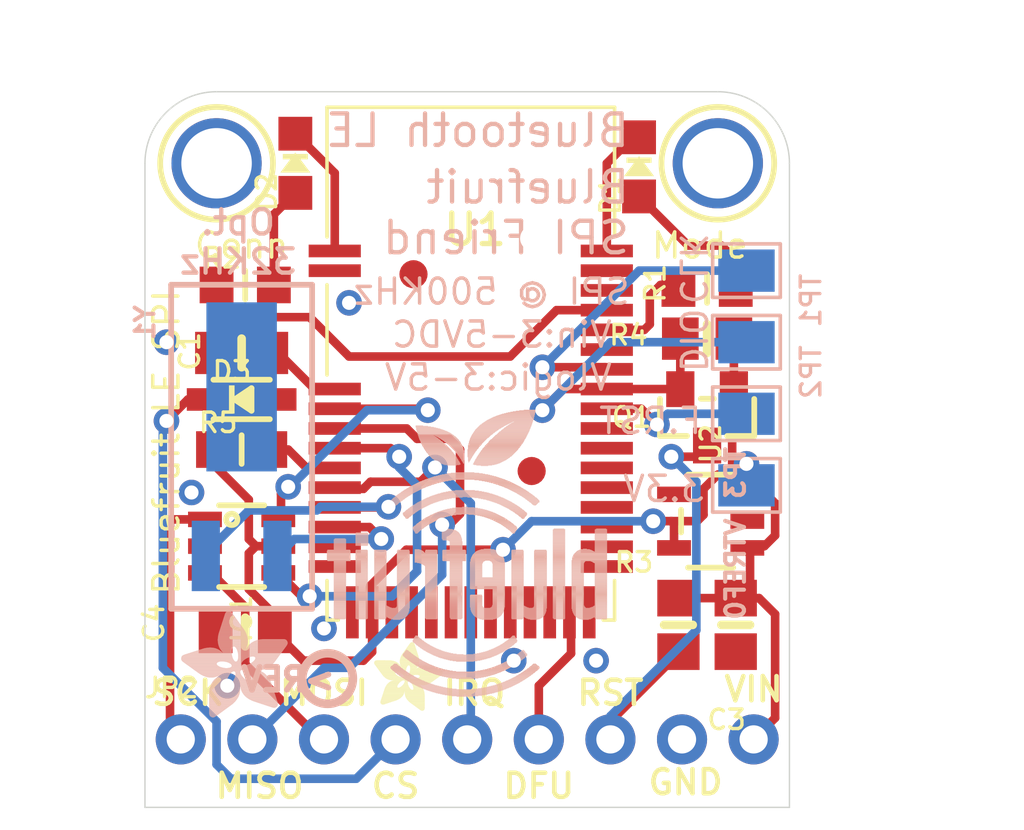
<source format=kicad_pcb>
(kicad_pcb (version 20211014) (generator pcbnew)
  (layers (0 "F.Cu" signal) (31 "B.Cu" signal) (34 "B.Paste" user) (35 "F.Paste" user) (36 "B.SilkS" user "B.Silkscreen") (37 "F.SilkS" user "F.Silkscreen") (38 "B.Mask" user) (39 "F.Mask" user) (44 "Edge.Cuts" user))
  (net 0 "")
  (net 1 "DCC")
  (net 2 "DEC2")
  (net 3 "SCK_5V")
  (net 4 "MISO_3V")
  (net 5 "MOSI_5V")
  (net 6 "CS_5V")
  (net 7 "IRQ_3V")
  (net 8 "SWCLK")
  (net 9 "SWDIO/RST_3V")
  (net 10 "GND")
  (net 11 "3.3V")
  (net 12 "VIN")
  (net 13 "MODE")
  (net 14 "CONNECTED")
  (net 15 "N$5")
  (net 16 "N$6")
  (net 17 "DFU_3V")
  (net 18 "SCK_3V")
  (net 19 "MOSI_3V")
  (net 20 "CS_3V")
  (net 21 "SWDIO/RST_5V")
  (net 22 "N$1")
  (net 23 "N$2")
  (net 24 "FACTORYRST")
  (footprint "boardEagle:MOUNTINGHOLE_2.5_PLATED" (layer "F.Cu") (at 157.3911 94.8436)
    (fp_text reference "U$28" hide)
    (fp_text value "MOUNTINGHOLE2.5" hide)
    (pad "P$1" thru_hole circle (at 0 0) (size 3.2 3.2) (drill 2.5) (layers *.Cu *.Mask))
  )
  (footprint "boardEagle:_0805MP" (layer "F.Cu") (at 157.0101 99.2886)
    (fp_text reference "R1" (at -1.8415 0.5715 90) (layer "F.SilkS") (effects (font (size 0.692831 0.692831) (thickness 0.119969)) (justify left)))
    (fp_text value "2K")
    (pad "1" smd rect (at -1.016 0) (size 1.2 1.3) (layers "F.Cu" "F.Paste" "F.Mask") (net 13 "MODE"))
    (pad "2" smd rect (at 1.016 0) (size 1.2 1.3) (layers "F.Cu" "F.Paste" "F.Mask") (net 15 "N$5"))
  )
  (footprint "boardEagle:0805-NO" (layer "F.Cu") (at 155.9941 111.2266 -90)
    (fp_text reference "R3" (at -2.2225 0.8255) (layer "F.SilkS") (effects (font (size 0.692831 0.692831) (thickness 0.119969)) (justify right)))
    (fp_text value "100K")
    (pad "1" smd rect (at -0.95 0 270) (size 1.3 1.5) (layers "F.Cu" "F.Paste" "F.Mask") (net 12 "VIN"))
    (pad "2" smd rect (at 0.95 0 270) (size 1.3 1.5) (layers "F.Cu" "F.Paste" "F.Mask") (net 21 "SWDIO/RST_5V"))
  )
  (footprint "boardEagle:FIDUCIAL_1MM" (layer "F.Cu") (at 150.7871 105.7656)
    (fp_text reference "FID1" hide)
    (fp_text value "FIDUCIAL\"\"" hide)
    (pad "1" smd roundrect (at 0 0) (size 1 1) (layers "F.Cu" "F.Mask") (roundrect_rratio 0.5))
  )
  (footprint "boardEagle:CHIPLED_0805_NOOUTLINE" (layer "F.Cu") (at 142.4051 94.8436)
    (fp_text reference "D2" (at -1.016 1.778 90) (layer "F.SilkS") (effects (font (size 0.692831 0.692831) (thickness 0.119969)) (justify left)))
    (fp_text value "BLUE")
    (pad "A" smd rect (at 0 1.05) (size 1.2 1.2) (layers "F.Cu" "F.Paste" "F.Mask") (net 16 "N$6"))
    (pad "C" smd rect (at 0 -1.05) (size 1.2 1.2) (layers "F.Cu" "F.Paste" "F.Mask") (net 10 "GND"))
  )
  (footprint "boardEagle:1X09_ROUND_70" (layer "F.Cu") (at 148.5011 115.2906)
    (fp_text reference "JP2" (at -11.5062 -1.8288) (layer "F.SilkS") (effects (font (size 0.692831 0.692831) (thickness 0.119969)) (justify left)))
    (fp_text value "")
    (pad "1" thru_hole circle (at -10.16 0 90) (size 1.778 1.778) (drill 1) (layers *.Cu *.Mask) (net 3 "SCK_5V"))
    (pad "2" thru_hole circle (at -7.62 0 90) (size 1.778 1.778) (drill 1) (layers *.Cu *.Mask) (net 4 "MISO_3V"))
    (pad "3" thru_hole circle (at -5.08 0 90) (size 1.778 1.778) (drill 1) (layers *.Cu *.Mask) (net 5 "MOSI_5V"))
    (pad "4" thru_hole circle (at -2.54 0 90) (size 1.778 1.778) (drill 1) (layers *.Cu *.Mask) (net 6 "CS_5V"))
    (pad "5" thru_hole circle (at 0 0 90) (size 1.778 1.778) (drill 1) (layers *.Cu *.Mask) (net 7 "IRQ_3V"))
    (pad "6" thru_hole circle (at 2.54 0 90) (size 1.778 1.778) (drill 1) (layers *.Cu *.Mask) (net 17 "DFU_3V"))
    (pad "7" thru_hole circle (at 5.08 0 90) (size 1.778 1.778) (drill 1) (layers *.Cu *.Mask) (net 21 "SWDIO/RST_5V"))
    (pad "8" thru_hole circle (at 7.62 0 90) (size 1.778 1.778) (drill 1) (layers *.Cu *.Mask) (net 10 "GND"))
    (pad "9" thru_hole circle (at 10.16 0 90) (size 1.778 1.778) (drill 1) (layers *.Cu *.Mask) (net 12 "VIN"))
  )
  (footprint "boardEagle:0805-NO" (layer "F.Cu") (at 157.0101 101.0666 180)
    (fp_text reference "R4" (at 2.032 0.127) (layer "F.SilkS") (effects (font (size 0.692831 0.692831) (thickness 0.119969)) (justify right)))
    (fp_text value "100K")
    (pad "1" smd rect (at -0.95 0 180) (size 1.3 1.5) (layers "F.Cu" "F.Paste" "F.Mask") (net 11 "3.3V"))
    (pad "2" smd rect (at 0.95 0 180) (size 1.3 1.5) (layers "F.Cu" "F.Paste" "F.Mask") (net 9 "SWDIO/RST_3V"))
  )
  (footprint "boardEagle:SOD-323" (layer "F.Cu") (at 140.5001 103.2256)
    (fp_text reference "D3" (at -1.1 -1) (layer "F.SilkS") (effects (font (size 0.692831 0.692831) (thickness 0.119969)) (justify left)))
    (fp_text value "1N4148")
    (pad "A" smd rect (at 1.27 0) (size 1.35 0.8) (layers "F.Cu" "F.Paste" "F.Mask") (net 20 "CS_3V"))
    (pad "C" smd rect (at -1.27 0) (size 1.35 0.8) (layers "F.Cu" "F.Paste" "F.Mask") (net 6 "CS_5V"))
  )
  (footprint "boardEagle:0805_10MGAP" (layer "F.Cu") (at 140.5001 101.5746 180)
    (fp_text reference "C1" (at 1.8415 -0.6985 90) (layer "F.SilkS") (effects (font (size 0.692831 0.692831) (thickness 0.119969)) (justify left)))
    (fp_text value "1uF")
    (pad "1" smd rect (at -1.05 0 180) (size 1.2 1.5) (layers "F.Cu" "F.Paste" "F.Mask") (net 11 "3.3V"))
    (pad "2" smd rect (at 1.05 0 180) (size 1.2 1.5) (layers "F.Cu" "F.Paste" "F.Mask") (net 10 "GND"))
  )
  (footprint "boardEagle:SOT23-5" (layer "F.Cu") (at 157.1371 107.5436 90)
    (fp_text reference "U2" (at 1.978 0 90) (layer "F.SilkS") (effects (font (size 0.692831 0.692831) (thickness 0.119969)) (justify left)))
    (fp_text value "MIC5225-3.3")
    (pad "1" smd rect (at -0.95 1.3001 90) (size 0.55 1.2) (layers "F.Cu" "F.Paste" "F.Mask") (net 12 "VIN"))
    (pad "2" smd rect (at 0 1.3001 90) (size 0.55 1.2) (layers "F.Cu" "F.Paste" "F.Mask") (net 10 "GND"))
    (pad "3" smd rect (at 0.95 1.3001 90) (size 0.55 1.2) (layers "F.Cu" "F.Paste" "F.Mask") (net 12 "VIN"))
    (pad "4" smd rect (at 0.95 -1.3001 90) (size 0.55 1.2) (layers "F.Cu" "F.Paste" "F.Mask"))
    (pad "5" smd rect (at -0.95 -1.3001 90) (size 0.55 1.2) (layers "F.Cu" "F.Paste" "F.Mask") (net 11 "3.3V"))
  )
  (footprint "boardEagle:SOT23-6" (layer "F.Cu") (at 140.5001 108.4326 -90)
    (fp_text reference "IC1" (at 1.651 0 90) (layer "F.SilkS") (effects (font (size 0.692831 0.692831) (thickness 0.119969)) (justify right)))
    (fp_text value "74LVC2G34DBVR")
    (pad "1" smd rect (at -0.95 1.3 270) (size 0.55 1.2) (layers "F.Cu" "F.Paste" "F.Mask") (net 3 "SCK_5V"))
    (pad "2" smd rect (at 0 1.3 270) (size 0.55 1.2) (layers "F.Cu" "F.Paste" "F.Mask") (net 10 "GND"))
    (pad "3" smd rect (at 0.95 1.3 270) (size 0.55 1.2) (layers "F.Cu" "F.Paste" "F.Mask") (net 5 "MOSI_5V"))
    (pad "4" smd rect (at 0.95 -1.3 270) (size 0.55 1.2) (layers "F.Cu" "F.Paste" "F.Mask") (net 19 "MOSI_3V"))
    (pad "5" smd rect (at 0 -1.3 270) (size 0.55 1.2) (layers "F.Cu" "F.Paste" "F.Mask") (net 11 "3.3V"))
    (pad "6" smd rect (at -0.95 -1.3 270) (size 0.55 1.2) (layers "F.Cu" "F.Paste" "F.Mask") (net 18 "SCK_3V"))
  )
  (footprint "boardEagle:SOT23-WIDE@1" (layer "F.Cu") (at 157.0101 103.8606 180)
    (fp_text reference "Q1" (at 1.905 0) (layer "F.SilkS") (effects (font (size 0.692831 0.692831) (thickness 0.119969)) (justify right)))
    (fp_text value "BSS138")
    (pad "1" smd rect (at -0.95 1 180) (size 1 1.27) (layers "F.Cu" "F.Paste" "F.Mask") (net 11 "3.3V"))
    (pad "2" smd rect (at 0.95 1 180) (size 1 1.27) (layers "F.Cu" "F.Paste" "F.Mask") (net 9 "SWDIO/RST_3V"))
    (pad "3" smd rect (at 0 -1 180) (size 1 1.27) (layers "F.Cu" "F.Paste" "F.Mask") (net 21 "SWDIO/RST_5V"))
  )
  (footprint "boardEagle:_0805MP" (layer "F.Cu") (at 140.5001 105.0036)
    (fp_text reference "R5" (at -1.5875 -0.9525) (layer "F.SilkS") (effects (font (size 0.692831 0.692831) (thickness 0.119969)) (justify left)))
    (fp_text value "100K")
    (pad "1" smd rect (at -1.016 0) (size 1.2 1.3) (layers "F.Cu" "F.Paste" "F.Mask") (net 11 "3.3V"))
    (pad "2" smd rect (at 1.016 0) (size 1.2 1.3) (layers "F.Cu" "F.Paste" "F.Mask") (net 20 "CS_3V"))
  )
  (footprint "boardEagle:MOUNTINGHOLE_2.5_PLATED" (layer "F.Cu") (at 139.6111 94.8436)
    (fp_text reference "U$29" hide)
    (fp_text value "MOUNTINGHOLE2.5" hide)
    (pad "P$1" thru_hole circle (at 0 0) (size 3.2 3.2) (drill 2.5) (layers *.Cu *.Mask))
  )
  (footprint "boardEagle:CHIPLED_0805_NOOUTLINE" (layer "F.Cu") (at 154.5971 94.9706)
    (fp_text reference "D1" (at -1.016 1.778 90) (layer "F.SilkS") (effects (font (size 0.692831 0.692831) (thickness 0.119969)) (justify left)))
    (fp_text value "RED")
    (pad "A" smd rect (at 0 1.05) (size 1.2 1.2) (layers "F.Cu" "F.Paste" "F.Mask") (net 15 "N$5"))
    (pad "C" smd rect (at 0 -1.05) (size 1.2 1.2) (layers "F.Cu" "F.Paste" "F.Mask") (net 10 "GND"))
  )
  (footprint "boardEagle:0805_10MGAP" (layer "F.Cu") (at 140.6271 111.4806 180)
    (fp_text reference "C4" (at 3.2385 1.0795 90) (layer "F.SilkS") (effects (font (size 0.692831 0.692831) (thickness 0.119969)) (justify right)))
    (fp_text value "10uF")
    (pad "1" smd rect (at -1.05 0 180) (size 1.2 1.5) (layers "F.Cu" "F.Paste" "F.Mask") (net 11 "3.3V"))
    (pad "2" smd rect (at 1.05 0 180) (size 1.2 1.5) (layers "F.Cu" "F.Paste" "F.Mask") (net 10 "GND"))
  )
  (footprint "boardEagle:FIDUCIAL_1MM" (layer "F.Cu") (at 146.5961 98.7806)
    (fp_text reference "FID3" hide)
    (fp_text value "FIDUCIAL\"\"" hide)
    (pad "1" smd roundrect (at 0 0) (size 1 1) (layers "F.Cu" "F.Mask") (roundrect_rratio 0.5))
  )
  (footprint "boardEagle:ADAFRUIT_2.5MM" (layer "F.Cu") (at 145.1991 114.2746)
    (fp_text reference "U$3" hide)
    (fp_text value "" hide)
  )
  (footprint "boardEagle:_0805MP" (layer "F.Cu") (at 140.6271 99.1616)
    (fp_text reference "R2" (at -1.5875 -0.9525) (layer "F.SilkS") (effects (font (size 0.692831 0.692831) (thickness 0.119969)) (justify left)))
    (fp_text value "2K")
    (pad "1" smd rect (at -1.016 0) (size 1.2 1.3) (layers "F.Cu" "F.Paste" "F.Mask") (net 14 "CONNECTED"))
    (pad "2" smd rect (at 1.016 0) (size 1.2 1.3) (layers "F.Cu" "F.Paste" "F.Mask") (net 16 "N$6"))
  )
  (footprint "boardEagle:0805-NO" (layer "F.Cu") (at 158.0261 111.2266 -90)
    (fp_text reference "C3" (at 3.3655 1.0795) (layer "F.SilkS") (effects (font (size 0.692831 0.692831) (thickness 0.119969)) (justify left)))
    (fp_text value "10uF")
    (pad "1" smd rect (at -0.95 0 270) (size 1.3 1.5) (layers "F.Cu" "F.Paste" "F.Mask") (net 12 "VIN"))
    (pad "2" smd rect (at 0.95 0 270) (size 1.3 1.5) (layers "F.Cu" "F.Paste" "F.Mask") (net 10 "GND"))
  )
  (footprint "boardEagle:BLE_MODULE_RAYTAC_MDBT40" (layer "F.Cu") (at 148.6281 101.9556)
    (fp_text reference "U1" (at -1.056 -4.756) (layer "F.SilkS") (effects (font (size 1.082548 1.082548) (thickness 0.187452)) (justify left)))
    (fp_text value "32KB NRF51822")
    (pad "" np_thru_hole circle (at 2.2 -4.45) (size 0.9 0.9) (drill 0.9) (layers *.Cu *.Mask))
    (pad "1" smd rect (at -4.825 -4) (size 1.85 0.45) (layers "F.Cu" "F.Paste" "F.Mask") (net 10 "GND"))
    (pad "2" smd rect (at -4.825 -3.3) (size 1.85 0.45) (layers "F.Cu" "F.Paste" "F.Mask") (net 10 "GND"))
    (pad "3" smd rect (at -4.825 0.9) (size 1.85 0.45) (layers "F.Cu" "F.Paste" "F.Mask") (net 11 "3.3V"))
    (pad "4" smd rect (at -4.825 1.6) (size 1.85 0.45) (layers "F.Cu" "F.Paste" "F.Mask") (net 18 "SCK_3V"))
    (pad "5" smd rect (at -4.825 2.3) (size 1.85 0.45) (layers "F.Cu" "F.Paste" "F.Mask") (net 4 "MISO_3V"))
    (pad "6" smd rect (at -4.825 3) (size 1.85 0.45) (layers "F.Cu" "F.Paste" "F.Mask") (net 19 "MOSI_3V"))
    (pad "7" smd rect (at -4.825 3.7) (size 1.85 0.45) (layers "F.Cu" "F.Paste" "F.Mask") (net 20 "CS_3V"))
    (pad "8" smd rect (at -4.825 4.4) (size 1.85 0.45) (layers "F.Cu" "F.Paste" "F.Mask") (net 7 "IRQ_3V"))
    (pad "9" smd rect (at -4.825 5.1) (size 1.85 0.45) (layers "F.Cu" "F.Paste" "F.Mask") (net 22 "N$1"))
    (pad "10" smd rect (at -4.825 5.8) (size 1.85 0.45) (layers "F.Cu" "F.Paste" "F.Mask") (net 23 "N$2"))
    (pad "11" smd rect (at -4.825 6.5) (size 1.85 0.45) (layers "F.Cu" "F.Paste" "F.Mask"))
    (pad "12" smd rect (at -4.825 7.2) (size 1.85 0.45) (layers "F.Cu" "F.Paste" "F.Mask"))
    (pad "13" smd rect (at -4.2 8.825 90) (size 1.85 0.45) (layers "F.Cu" "F.Paste" "F.Mask") (net 10 "GND"))
    (pad "14" smd rect (at -3.5 8.825 90) (size 1.85 0.45) (layers "F.Cu" "F.Paste" "F.Mask") (net 11 "3.3V"))
    (pad "15" smd rect (at -2.8 8.825 90) (size 1.85 0.45) (layers "F.Cu" "F.Paste" "F.Mask") (net 1 "DCC"))
    (pad "16" smd rect (at -2.1 8.825 90) (size 1.85 0.45) (layers "F.Cu" "F.Paste" "F.Mask") (net 10 "GND"))
    (pad "17" smd rect (at -1.4 8.825 90) (size 1.85 0.45) (layers "F.Cu" "F.Paste" "F.Mask"))
    (pad "18" smd rect (at -0.7 8.825 90) (size 1.85 0.45) (layers "F.Cu" "F.Paste" "F.Mask"))
    (pad "19" smd rect (at 0 8.825 90) (size 1.85 0.45) (layers "F.Cu" "F.Paste" "F.Mask"))
    (pad "20" smd rect (at 0.7 8.825 90) (size 1.85 0.45) (layers "F.Cu" "F.Paste" "F.Mask"))
    (pad "21" smd rect (at 1.4 8.825 90) (size 1.85 0.45) (layers "F.Cu" "F.Paste" "F.Mask"))
    (pad "22" smd rect (at 2.1 8.825 90) (size 1.85 0.45) (layers "F.Cu" "F.Paste" "F.Mask"))
    (pad "23" smd rect (at 2.8 8.825 90) (size 1.85 0.45) (layers "F.Cu" "F.Paste" "F.Mask"))
    (pad "24" smd rect (at 3.5 8.825 90) (size 1.85 0.45) (layers "F.Cu" "F.Paste" "F.Mask") (net 17 "DFU_3V"))
    (pad "25" smd rect (at 4.2 8.825 90) (size 1.85 0.45) (layers "F.Cu" "F.Paste" "F.Mask") (net 10 "GND"))
    (pad "26" smd rect (at 4.825 7.2) (size 1.85 0.45) (layers "F.Cu" "F.Paste" "F.Mask"))
    (pad "27" smd rect (at 4.825 6.5) (size 1.85 0.45) (layers "F.Cu" "F.Paste" "F.Mask"))
    (pad "28" smd rect (at 4.825 5.8) (size 1.85 0.45) (layers "F.Cu" "F.Paste" "F.Mask"))
    (pad "29" smd rect (at 4.825 5.1) (size 1.85 0.45) (layers "F.Cu" "F.Paste" "F.Mask"))
    (pad "30" smd rect (at 4.825 4.4) (size 1.85 0.45) (layers "F.Cu" "F.Paste" "F.Mask"))
    (pad "31" smd rect (at 4.825 3.7) (size 1.85 0.45) (layers "F.Cu" "F.Paste" "F.Mask"))
    (pad "32" smd rect (at 4.825 3) (size 1.85 0.45) (layers "F.Cu" "F.Paste" "F.Mask"))
    (pad "33" smd rect (at 4.825 2.3) (size 1.85 0.45) (layers "F.Cu" "F.Paste" "F.Mask"))
    (pad "34" smd rect (at 4.825 1.6) (size 1.85 0.45) (layers "F.Cu" "F.Paste" "F.Mask") (net 24 "FACTORYRST"))
    (pad "35" smd rect (at 4.825 0.9) (size 1.85 0.45) (layers "F.Cu" "F.Paste" "F.Mask") (net 9 "SWDIO/RST_3V"))
    (pad "36" smd rect (at 4.825 0.2) (size 1.85 0.45) (layers "F.Cu" "F.Paste" "F.Mask") (net 8 "SWCLK"))
    (pad "37" smd rect (at 4.825 -0.5) (size 1.85 0.45) (layers "F.Cu" "F.Paste" "F.Mask"))
    (pad "38" smd rect (at 4.825 -1.2) (size 1.85 0.45) (layers "F.Cu" "F.Paste" "F.Mask") (net 13 "MODE"))
    (pad "39" smd rect (at 4.825 -1.9) (size 1.85 0.45) (layers "F.Cu" "F.Paste" "F.Mask") (net 14 "CONNECTED"))
    (pad "40" smd rect (at 4.825 -2.6) (size 1.85 0.45) (layers "F.Cu" "F.Paste" "F.Mask"))
    (pad "41" smd rect (at 4.825 -3.3) (size 1.85 0.45) (layers "F.Cu" "F.Paste" "F.Mask") (net 2 "DEC2"))
    (pad "42" smd rect (at 4.825 -4) (size 1.85 0.45) (layers "F.Cu" "F.Paste" "F.Mask") (net 10 "GND"))
  )
  (footprint "boardEagle:PAD-1.5X2.0" (layer "B.Cu") (at 158.4071 103.7336 -90)
    (fp_text reference "TP3" (at 1.1 0 90) (layer "B.SilkS") (effects (font (size 0.666496 0.666496) (thickness 0.146304)) (justify left bottom mirror)))
    (fp_text value "FCTRST")
    (pad "P$1" smd rect (at 0 0 270) (size 1.5 2) (layers "B.Cu" "B.Mask") (net 24 "FACTORYRST"))
  )
  (footprint "boardEagle:PAD-1.5X2.0" (layer "B.Cu") (at 158.4071 101.1936 90)
    (fp_text reference "TP2" (at -0.043 2.286 90) (layer "B.SilkS") (effects (font (size 0.692831 0.692831) (thickness 0.119969)) (justify left mirror)))
    (fp_text value "SWDIO")
    (pad "P$1" smd rect (at 0 0 90) (size 1.5 2) (layers "B.Cu" "B.Mask") (net 9 "SWDIO/RST_3V"))
  )
  (footprint "boardEagle:BLUEFRUITLOGO_100MM" (layer "B.Cu") (at 153.4541 113.7666 180)
    (fp_text reference "U$9" hide)
    (fp_text value "" hide)
  )
  (footprint "boardEagle:ADAFRUIT_3.5MM" (layer "B.Cu") (at 142.1511 114.5286 180)
    (fp_text reference "U$17" hide)
    (fp_text value "" hide)
  )
  (footprint "boardEagle:CRYSTAL_CYL_2X6MM_SMT" (layer "B.Cu") (at 140.5001 106.6546 -90)
    (fp_text reference "Y1" (at -6.85 3.04 90) (layer "B.SilkS") (effects (font (size 0.666496 0.666496) (thickness 0.146304)) (justify left bottom mirror)))
    (fp_text value "32.768kHz (535-9166-2-ND)")
    (pad "1" smd rect (at 2.125 1.27 270) (size 2.5 1) (layers "B.Cu" "B.Paste" "B.Mask") (net 22 "N$1"))
    (pad "2" smd rect (at 2.125 -1.27 270) (size 2.5 1) (layers "B.Cu" "B.Paste" "B.Mask") (net 23 "N$2"))
    (pad "CYLINDER" smd rect (at -3.875 0 270) (size 6 2.5) (layers "B.Cu" "B.Paste" "B.Mask"))
  )
  (footprint "boardEagle:PCBFEAT-REV-040" (layer "B.Cu") (at 143.5481 113.1316 180)
    (fp_text reference "U$18" hide)
    (fp_text value "" hide)
    (fp_text user ">REV" (at -0.3556 -0.508) (layer "B.SilkS") (effects (font (size 0.8128 0.8128) (thickness 0.2032)) (justify left bottom mirror)))
  )
  (footprint "boardEagle:PAD-1.5X2.0" (layer "B.Cu") (at 158.4071 106.2736 -90)
    (fp_text reference "VTREF0" (at 1.1 0 90) (layer "B.SilkS") (effects (font (size 0.666496 0.666496) (thickness 0.146304)) (justify left bottom mirror)))
    (fp_text value "THREEV")
    (pad "P$1" smd rect (at 0 0 270) (size 1.5 2) (layers "B.Cu" "B.Mask") (net 11 "3.3V"))
  )
  (footprint "boardEagle:PAD-1.5X2.0" (layer "B.Cu") (at 158.4071 98.6536 90)
    (fp_text reference "TP1" (at -0.043 2.286 90) (layer "B.SilkS") (effects (font (size 0.692831 0.692831) (thickness 0.119969)) (justify left mirror)))
    (fp_text value "SWCLK")
    (pad "P$1" smd rect (at 0 0 90) (size 1.5 2) (layers "B.Cu" "B.Mask") (net 8 "SWCLK"))
  )
  (gr_line (start 139.6111 92.3036) (end 157.3911 92.3036) (layer "Edge.Cuts") (width 0.05))
  (gr_line (start 137.0711 117.7036) (end 137.0711 94.8436) (layer "Edge.Cuts") (width 0.05))
  (gr_arc (start 157.3911 92.3036) (mid 159.187151 93.047549) (end 159.9311 94.8436) (layer "Edge.Cuts") (width 0.05))
  (gr_line (start 159.9311 117.7036) (end 137.0711 117.7036) (layer "Edge.Cuts") (width 0.05))
  (gr_arc (start 137.0711 94.8436) (mid 137.815049 93.047549) (end 139.6111 92.3036) (layer "Edge.Cuts") (width 0.05))
  (gr_line (start 159.9311 94.8436) (end 159.9311 117.7036) (layer "Edge.Cuts") (width 0.05))
  (gr_text "Bluefruit\nSPI Friend" (at 154.3431 98.1456) (layer "B.SilkS") (effects (font (size 1.1176 1.1176) (thickness 0.1524)) (justify left bottom mirror)))
  (gr_text "Opt.\n32KHz" (at 140.3731 97.6376) (layer "B.SilkS") (effects (font (size 0.8636 0.8636) (thickness 0.1524)) (justify mirror)))
  (gr_text "3.3V" (at 157.0101 106.4006) (layer "B.SilkS") (effects (font (size 0.89408 0.89408) (thickness 0.12192)) (justify left mirror)))
  (gr_text "Vin:3-5VDC" (at 153.7081 101.4476) (layer "B.SilkS") (effects (font (size 0.89408 0.89408) (thickness 0.12192)) (justify left bottom mirror)))
  (gr_text "SPI @ 500KHz" (at 154.3431 99.9236) (layer "B.SilkS") (effects (font (size 0.89408 0.89408) (thickness 0.12192)) (justify left bottom mirror)))
  (gr_text "Vlogic:3-5V" (at 153.7081 102.9716) (layer "B.SilkS") (effects (font (size 0.89408 0.89408) (thickness 0.12192)) (justify left bottom mirror)))
  (gr_text "DIO" (at 156.5021 102.3366 -90) (layer "B.SilkS") (effects (font (size 0.89408 0.89408) (thickness 0.12192)) (justify left mirror)))
  (gr_text "Bluetooth LE" (at 154.3431 94.3356) (layer "B.SilkS") (effects (font (size 1.1176 1.1176) (thickness 0.1524)) (justify left bottom mirror)))
  (gr_text "CLK" (at 156.5021 99.9236 -90) (layer "B.SilkS") (effects (font (size 0.89408 0.89408) (thickness 0.12192)) (justify left mirror)))
  (gr_text "F.RST" (at 156.8831 103.9876) (layer "B.SilkS") (effects (font (size 0.89408 0.89408) (thickness 0.12192)) (justify left mirror)))
  (gr_text "Conn" (at 140.5001 97.7646) (layer "F.SilkS") (effects (font (size 0.89408 0.89408) (thickness 0.12192))))
  (gr_text "VIN" (at 158.6611 113.5126) (layer "F.SilkS") (effects (font (size 0.85344 0.85344) (thickness 0.16256))))
  (gr_text "GND" (at 156.2481 116.8146) (layer "F.SilkS") (effects (font (size 0.85344 0.85344) (thickness 0.16256))))
  (gr_text "IRQ" (at 148.7551 113.6396) (layer "F.SilkS") (effects (font (size 0.85344 0.85344) (thickness 0.16256))))
  (gr_text "RST" (at 153.5811 113.6396) (layer "F.SilkS") (effects (font (size 0.85344 0.85344) (thickness 0.16256))))
  (gr_text "Mode" (at 156.7561 97.7646) (layer "F.SilkS") (effects (font (size 0.89408 0.89408) (thickness 0.12192))))
  (gr_text "Bluefruit LE SPI" (at 137.8331 104.7496 90) (layer "F.SilkS") (effects (font (size 0.89408 0.89408) (thickness 0.12192))))
  (gr_text "MISO" (at 141.1351 116.9416) (layer "F.SilkS") (effects (font (size 0.85344 0.85344) (thickness 0.16256))))
  (gr_text "CS" (at 145.9611 116.9416) (layer "F.SilkS") (effects (font (size 0.85344 0.85344) (thickness 0.16256))))
  (gr_text "SCK" (at 138.5951 113.6396) (layer "F.SilkS") (effects (font (size 0.85344 0.85344) (thickness 0.16256))))
  (gr_text "MOSI" (at 143.4211 113.6396) (layer "F.SilkS") (effects (font (size 0.85344 0.85344) (thickness 0.16256))))
  (gr_text "DFU" (at 151.0411 116.9416) (layer "F.SilkS") (effects (font (size 0.85344 0.85344) (thickness 0.16256))))
  (segment (start 137.9601 114.9096) (end 137.9601 107.5436) (width 0.3048) (layer "F.Cu") (net 3))
  (segment (start 138.0211 107.4826) (end 139.2001 107.4826) (width 0.3048) (layer "F.Cu") (net 3))
  (segment (start 137.9601 107.5436) (end 138.0211 107.4826) (width 0.3048) (layer "F.Cu") (net 3))
  (segment (start 138.3411 115.2906) (end 137.9601 114.9096) (width 0.3048) (layer "F.Cu") (net 3))
  (segment (start 148.2471 105.0036) (end 148.2471 107.2896) (width 0.3048) (layer "F.Cu") (net 4))
  (segment (start 147.8661 104.6226) (end 148.2471 105.0036) (width 0.3048) (layer "F.Cu") (net 4))
  (segment (start 146.3561 104.2556) (end 146.7231 104.6226) (width 0.3048) (layer "F.Cu") (net 4))
  (segment (start 147.8661 107.6706) (end 147.6121 107.6706) (width 0.3048) (layer "F.Cu") (net 4))
  (segment (start 148.2471 107.2896) (end 147.8661 107.6706) (width 0.3048) (layer "F.Cu") (net 4))
  (segment (start 146.7231 104.6226) (end 147.8661 104.6226) (width 0.3048) (layer "F.Cu") (net 4))
  (segment (start 143.8031 104.2556) (end 146.3561 104.2556) (width 0.3048) (layer "F.Cu") (net 4))
  (via (at 147.6121 107.6706) (size 0.9064) (drill 0.5) (layers "F.Cu" "B.Cu") (net 4))
  (segment (start 144.3101 112.7506) (end 143.4211 112.7506) (width 0.3048) (layer "B.Cu") (net 4))
  (segment (start 147.6121 107.6706) (end 147.6121 109.4486) (width 0.3048) (layer "B.Cu") (net 4))
  (segment (start 143.4211 112.7506) (end 140.8811 115.2906) (width 0.3048) (layer "B.Cu") (net 4))
  (segment (start 144.3101 112.7506) (end 147.6121 109.4486) (width 0.3048) (layer "B.Cu") (net 4))
  (segment (start 139.4181 109.3826) (end 140.6271 110.5916) (width 0.3048) (layer "F.Cu") (net 5))
  (segment (start 143.2941 115.2906) (end 143.4211 115.2906) (width 0.3048) (layer "F.Cu") (net 5))
  (segment (start 140.6271 112.6236) (end 143.2941 115.2906) (width 0.3048) (layer "F.Cu") (net 5))
  (segment (start 139.2001 109.3826) (end 139.4181 109.3826) (width 0.3048) (layer "F.Cu") (net 5))
  (segment (start 140.6271 110.5916) (end 140.6271 112.6236) (width 0.3048) (layer "F.Cu") (net 5))
  (segment (start 137.8331 103.9876) (end 138.5951 103.2256) (width 0.3048) (layer "F.Cu") (net 6))
  (segment (start 138.5951 103.2256) (end 139.2301 103.2256) (width 0.3048) (layer "F.Cu") (net 6))
  (via (at 137.8331 103.9876) (size 0.9064) (drill 0.5) (layers "F.Cu" "B.Cu") (net 6))
  (segment (start 139.6111 114.6556) (end 139.6111 116.1796) (width 0.3048) (layer "B.Cu") (net 6))
  (segment (start 139.6111 116.1796) (end 140.1191 116.6876) (width 0.3048) (layer "B.Cu") (net 6))
  (segment (start 137.7061 112.7506) (end 139.6111 114.6556) (width 0.3048) (layer "B.Cu") (net 6))
  (segment (start 137.7061 104.1146) (end 137.8331 103.9876) (width 0.3048) (layer "B.Cu") (net 6))
  (segment (start 137.7061 112.7506) (end 137.7061 104.1146) (width 0.3048) (layer "B.Cu") (net 6))
  (segment (start 144.5641 116.6876) (end 145.9611 115.2906) (width 0.3048) (layer "B.Cu") (net 6))
  (segment (start 140.1191 116.6876) (end 144.5641 116.6876) (width 0.3048) (layer "B.Cu") (net 6))
  (segment (start 145.0721 106.1466) (end 146.8501 106.1466) (width 0.3048) (layer "F.Cu") (net 7))
  (segment (start 143.8481 106.4006) (end 144.8181 106.4006) (width 0.3048) (layer "F.Cu") (net 7))
  (segment (start 147.3581 105.6386) (end 147.6121 105.6386) (width 0.3048) (layer "F.Cu") (net 7))
  (segment (start 143.8481 106.4006) (end 143.8031 106.3556) (width 0.3048) (layer "F.Cu") (net 7))
  (segment (start 144.8181 106.4006) (end 145.0721 106.1466) (width 0.3048) (layer "F.Cu") (net 7))
  (segment (start 146.8501 106.1466) (end 147.3581 105.6386) (width 0.3048) (layer "F.Cu") (net 7))
  (via (at 147.3581 105.6386) (size 0.9064) (drill 0.5) (layers "F.Cu" "B.Cu") (net 7))
  (segment (start 148.6281 115.2906) (end 148.5011 115.2906) (width 0.3048) (layer "B.Cu") (net 7))
  (segment (start 148.6281 106.9086) (end 147.3581 105.6386) (width 0.3048) (layer "B.Cu") (net 7))
  (segment (start 148.6281 106.9086) (end 148.6281 115.2906) (width 0.3048) (layer "B.Cu") (net 7))
  (segment (start 153.3801 102.0826) (end 153.4531 102.1556) (width 0.3048) (layer "F.Cu") (net 8))
  (segment (start 151.1681 102.0826) (end 153.3801 102.0826) (width 0.3048) (layer "F.Cu") (net 8))
  (via (at 151.1681 102.0826) (size 0.9064) (drill 0.5) (layers "F.Cu" "B.Cu") (net 8))
  (segment (start 158.4071 98.6536) (end 154.5971 98.6536) (width 0.3048) (layer "B.Cu") (net 8))
  (segment (start 154.5971 98.6536) (end 151.1681 102.0826) (width 0.3048) (layer "B.Cu") (net 8))
  (segment (start 156.0601 101.0666) (end 156.0601 102.8606) (width 0.3048) (layer "F.Cu") (net 9))
  (segment (start 153.4531 102.8556) (end 156.0551 102.8556) (width 0.3048) (layer "F.Cu") (net 9))
  (segment (start 156.0551 102.8556) (end 156.0601 102.8606) (width 0.3048) (layer "F.Cu") (net 9))
  (segment (start 151.9191 102.8556) (end 153.4531 102.8556) (width 0.3048) (layer "F.Cu") (net 9))
  (segment (start 151.1681 103.6066) (end 151.9191 102.8556) (width 0.3048) (layer "F.Cu") (net 9))
  (via (at 151.1681 103.6066) (size 0.9064) (drill 0.5) (layers "F.Cu" "B.Cu") (net 9))
  (segment (start 158.4071 101.1936) (end 153.5811 101.1936) (width 0.3048) (layer "B.Cu") (net 9))
  (segment (start 153.5811 101.1936) (end 151.1681 103.6066) (width 0.3048) (layer "B.Cu") (net 9))
  (segment (start 153.4531 94.8446) (end 153.4531 97.9556) (width 0.3048) (layer "F.Cu") (net 10))
  (segment (start 154.3771 93.9206) (end 153.4531 94.8446) (width 0.3048) (layer "F.Cu") (net 10))
  (segment (start 143.8031 95.1916) (end 143.8031 97.9556) (width 0.3048) (layer "F.Cu") (net 10))
  (segment (start 154.5971 93.9206) (end 154.3771 93.9206) (width 0.3048) (layer "F.Cu") (net 10))
  (segment (start 142.4051 93.7936) (end 143.8031 95.1916) (width 0.3048) (layer "F.Cu") (net 10))
  (via (at 144.3101 99.7966) (size 0.9064) (drill 0.5) (layers "F.Cu" "B.Cu") (net 10))
  (via (at 138.7221 106.5276) (size 0.9064) (drill 0.5) (layers "F.Cu" "B.Cu") (net 10))
  (via (at 139.9921 113.3856) (size 0.9064) (drill 0.5) (layers "F.Cu" "B.Cu") (net 10))
  (via (at 137.8331 101.1936) (size 0.9064) (drill 0.5) (layers "F.Cu" "B.Cu") (net 10))
  (via (at 153.0731 112.4966) (size 0.9064) (drill 0.5) (layers "F.Cu" "B.Cu") (net 10))
  (via (at 143.4211 111.3536) (size 0.9064) (drill 0.5) (layers "F.Cu" "B.Cu") (net 10))
  (via (at 150.1521 112.4966) (size 0.9064) (drill 0.5) (layers "F.Cu" "B.Cu") (net 10))
  (segment (start 140.7541 108.1786) (end 141.0081 108.4326) (width 0.3048) (layer "F.Cu") (net 11))
  (segment (start 142.6931 112.4966) (end 144.8181 112.4966) (width 0.3048) (layer "F.Cu") (net 11))
  (segment (start 157.9601 104.1806) (end 157.9601 102.8606) (width 0.3048) (layer "F.Cu") (net 11))
  (segment (start 140.7541 109.9566) (end 140.7541 108.6866) (width 0.3048) (layer "F.Cu") (net 11))
  (segment (start 140.7541 108.6866) (end 141.0081 108.4326) (width 0.3048) (layer "F.Cu") (net 11))
  (segment (start 140.7541 109.9566) (end 141.6771 110.8796) (width 0.3048) (layer "F.Cu") (net 11))
  (segment (start 157.3911 105.8926) (end 157.8991 105.8926) (width 0.3048) (layer "F.Cu") (net 11))
  (segment (start 149.7711 108.5596) (end 146.3421 108.5596) (width 0.3048) (layer "F.Cu") (net 11))
  (segment (start 141.5501 101.5746) (end 141.8041 101.5746) (width 0.3048) (layer "F.Cu") (net 11))
  (segment (start 144.8181 112.4966) (end 145.1281 112.1866) (width 0.3048) (layer "F.Cu") (net 11))
  (segment (start 143.0851 102.8556) (end 143.8031 102.8556) (width 0.3048) (layer "F.Cu") (net 11))
  (segment (start 139.4841 105.5116) (end 140.7541 106.7816) (width 0.3048) (layer "F.Cu") (net 11))
  (segment (start 157.8991 105.6386) (end 157.8991 104.2416) (width 0.3048) (layer "F.Cu") (net 11))
  (segment (start 141.0081 108.4326) (end 141.8001 108.4326) (width 0.3048) (layer "F.Cu") (net 11))
  (segment (start 155.7401 107.5436) (end 155.101462 107.5436) (width 0.3048) (layer "F.Cu") (net 11))
  (segment (start 158.4071 105.5116) (end 158.0261 105.5116) (width 0.3048) (layer "F.Cu") (net 11))
  (segment (start 156.8831 106.4006) (end 157.3911 105.8926) (width 0.3048) (layer "F.Cu") (net 11))
  (segment (start 141.8041 101.5746) (end 143.0851 102.8556) (width 0.3048) (layer "F.Cu") (net 11))
  (segment (start 156.66 107.5436) (end 155.7401 107.5436) (width 0.3048) (layer "F.Cu") (net 11))
  (segment (start 139.4841 105.0036) (end 139.4841 105.5116) (width 0.3048) (layer "F.Cu") (net 11))
  (segment (start 157.9601 101.0666) (end 157.9601 102.8606) (width 0.3048) (layer "F.Cu") (net 11))
  (segment (start 146.3421 108.5596) (end 145.0721 109.8296) (width 0.3048) (layer "F.Cu") (net 11))
  (segment (start 157.8991 104.2416) (end 157.9601 104.1806) (width 0.3048) (layer "F.Cu") (net 11))
  (segment (start 157.8991 105.8926) (end 157.8991 105.6386) (width 0.3048) (layer "F.Cu") (net 11))
  (segment (start 155.837 107.6405) (end 155.7401 107.5436) (width 0.3048) (layer "F.Cu") (net 11))
  (segment (start 142.6931 112.4966) (end 141.6771 111.4806) (width 0.3048) (layer "F.Cu") (net 11))
  (segment (start 139.4841 105.0036) (end 140.5001 103.9876) (width 0.3048) (layer "F.Cu") (net 11))
  (segment (start 155.837 108.4936) (end 155.8671 108.4635) (width 0.3048) (layer "F.Cu") (net 11))
  (segment (start 156.66 107.5436) (end 156.8831 107.3205) (width 0.3048) (layer "F.Cu") (net 11))
  (segment (start 140.5001 102.6246) (end 141.5501 101.5746) (width 0.3048) (layer "F.Cu") (net 11))
  (segment (start 158.0261 105.5116) (end 157.8991 105.6386) (width 0.3048) (layer "F.Cu") (net 11))
  (segment (start 140.7541 106.7816) (end 140.7541 108.1786) (width 0.3048) (layer "F.Cu") (net 11))
  (segment (start 155.837 108.4936) (end 155.837 107.6405) (width 0.3048) (layer "F.Cu") (net 11))
  (segment (start 156.8831 107.3205) (end 156.8831 106.4006) (width 0.3048) (layer "F.Cu") (net 11))
  (segment (start 145.1281 112.1866) (end 145.1281 110.7806) (width 0.3048) (layer "F.Cu") (net 11))
  (segment (start 140.5001 103.9876) (end 140.5001 102.6246) (width 0.3048) (layer "F.Cu") (net 11))
  (segment (start 155.101462 107.5436) (end 155.098146 107.546916) (width 0.3048) (layer "F.Cu") (net 11))
  (segment (start 158.2801 103.3526) (end 157.9601 103.0326) (width 0.3048) (layer "F.Cu") (net 11))
  (segment (start 141.6771 110.8796) (end 141.6771 111.4806) (width 0.3048) (layer "F.Cu") (net 11))
  (segment (start 145.0721 109.8296) (end 145.0721 110.7246) (width 0.3048) (layer "F.Cu") (net 11))
  (segment (start 145.0721 110.7246) (end 145.1281 110.7806) (width 0.3048) (layer "F.Cu") (net 11))
  (segment (start 157.9601 103.0326) (end 157.9601 102.8606) (width 0.3048) (layer "F.Cu") (net 11))
  (via (at 149.7711 108.5596) (size 0.9064) (drill 0.5) (layers "F.Cu" "B.Cu") (net 11))
  (via (at 155.098146 107.546916) (size 0.9064) (drill 0.5) (layers "F.Cu" "B.Cu") (net 11))
  (via (at 158.4071 105.5116) (size 0.9064) (drill 0.5) (layers "F.Cu" "B.Cu") (net 11))
  (segment (start 158.4071 106.2736) (end 158.4071 105.5116) (width 0.3048) (layer "B.Cu") (net 11))
  (segment (start 150.783784 107.546916) (end 149.7711 108.5596) (width 0.3048) (layer "B.Cu") (net 11))
  (segment (start 155.098146 107.546916) (end 150.783784 107.546916) (width 0.3048) (layer "B.Cu") (net 11))
  (segment (start 158.0261 110.2766) (end 155.9941 110.2766) (width 0.3048) (layer "F.Cu") (net 12))
  (segment (start 159.4231 114.5286) (end 158.6611 115.2906) (width 0.3048) (layer "F.Cu") (net 12))
  (segment (start 158.4372 108.4936) (end 158.45265 108.50905) (width 0.3048) (layer "F.Cu") (net 12))
  (segment (start 158.5341 110.2766) (end 158.0261 110.2766) (width 0.3048) (layer "F.Cu") (net 12))
  (segment (start 159.0421 108.4326) (end 158.2442 108.4326) (width 0.3048) (layer "F.Cu") (net 12))
  (segment (start 159.4231 106.9086) (end 159.4231 108.0516) (width 0.3048) (layer "F.Cu") (net 12))
  (segment (start 159.4231 110.8456) (end 158.8541 110.2766) (width 0.3048) (layer "F.Cu") (net 12))
  (segment (start 158.8541 110.2766) (end 158.5341 110.2766) (width 0.3048) (layer "F.Cu") (net 12))
  (segment (start 158.45265 108.64105) (end 158.5341 108.7225) (width 0.3048) (layer "F.Cu") (net 12))
  (segment (start 159.4231 110.8456) (end 159.4231 114.5286) (width 0.3048) (layer "F.Cu") (net 12))
  (segment (start 159.4231 106.9086) (end 159.1081 106.5936) (width 0.3048) (layer "F.Cu") (net 12))
  (segment (start 159.4231 108.0516) (end 159.0421 108.4326) (width 0.3048) (layer "F.Cu") (net 12))
  (segment (start 158.2442 108.4326) (end 158.45265 108.64105) (width 0.3048) (layer "F.Cu") (net 12))
  (segment (start 158.45265 108.50905) (end 158.45265 108.64105) (width 0.3048) (layer "F.Cu") (net 12))
  (segment (start 159.1081 106.5936) (end 158.4372 106.5936) (width 0.3048) (layer "F.Cu") (net 12))
  (segment (start 158.5341 108.7225) (end 158.5341 110.2766) (width 0.3048) (layer "F.Cu") (net 12))
  (segment (start 153.4531 100.7556) (end 154.7811 100.7556) (width 0.3048) (layer "F.Cu") (net 13))
  (segment (start 155.3591 99.1616) (end 155.8671 99.1616) (width 0.3048) (layer "F.Cu") (net 13))
  (segment (start 154.7811 100.7556) (end 154.9781 100.5586) (width 0.3048) (layer "F.Cu") (net 13))
  (segment (start 154.9781 100.5586) (end 154.9781 99.5426) (width 0.3048) (layer "F.Cu") (net 13))
  (segment (start 154.9781 99.5426) (end 155.3591 99.1616) (width 0.3048) (layer "F.Cu") (net 13))
  (segment (start 155.8671 99.1616) (end 155.9941 99.2886) (width 0.3048) (layer "F.Cu") (net 13))
  (segment (start 151.6711 100.0556) (end 150.0251 101.7016) (width 0.3048) (layer "F.Cu") (net 14))
  (segment (start 144.3101 101.7016) (end 142.9131 100.3046) (width 0.3048) (layer "F.Cu") (net 14))
  (segment (start 140.1191 100.3046) (end 139.6111 99.7966) (width 0.3048) (layer "F.Cu") (net 14))
  (segment (start 150.0251 101.7016) (end 144.3101 101.7016) (width 0.3048) (layer "F.Cu") (net 14))
  (segment (start 139.6111 99.7966) (end 139.6111 99.1616) (width 0.3048) (layer "F.Cu") (net 14))
  (segment (start 142.9131 100.3046) (end 140.1191 100.3046) (width 0.3048) (layer "F.Cu") (net 14))
  (segment (start 153.4531 100.0556) (end 151.6711 100.0556) (width 0.3048) (layer "F.Cu") (net 14))
  (segment (start 156.3411 97.7646) (end 157.5181 97.7646) (width 0.3048) (layer "F.Cu") (net 15))
  (segment (start 157.5181 97.7646) (end 158.0261 98.2726) (width 0.3048) (layer "F.Cu") (net 15))
  (segment (start 158.0261 98.2726) (end 158.0261 99.2886) (width 0.3048) (layer "F.Cu") (net 15))
  (segment (start 154.5971 96.0206) (end 156.3411 97.7646) (width 0.3048) (layer "F.Cu") (net 15))
  (segment (start 141.6431 96.6556) (end 141.6431 99.1616) (width 0.3048) (layer "F.Cu") (net 16))
  (segment (start 142.4051 95.8936) (end 141.6431 96.6556) (width 0.3048) (layer "F.Cu") (net 16))
  (segment (start 152.1841 112.2426) (end 152.1841 110.8366) (width 0.3048) (layer "F.Cu") (net 17))
  (segment (start 151.0411 115.2906) (end 151.0411 113.3856) (width 0.3048) (layer "F.Cu") (net 17))
  (segment (start 152.1841 110.8366) (end 152.1281 110.7806) (width 0.3048) (layer "F.Cu") (net 17))
  (segment (start 151.0411 113.3856) (end 152.1841 112.2426) (width 0.3048) (layer "F.Cu") (net 17))
  (segment (start 141.8001 107.4826) (end 141.8971 107.3856) (width 0.3048) (layer "F.Cu") (net 18))
  (segment (start 146.9261 103.5556) (end 143.8031 103.5556) (width 0.3048) (layer "F.Cu") (net 18))
  (segment (start 141.8971 106.5784) (end 142.1511 106.3244) (width 0.3048) (layer "F.Cu") (net 18))
  (segment (start 146.9261 103.5556) (end 146.9771 103.6066) (width 0.3048) (layer "F.Cu") (net 18))
  (segment (start 146.9771 103.6066) (end 147.1041 103.6066) (width 0.3048) (layer "F.Cu") (net 18))
  (segment (start 141.8971 107.3856) (end 141.8971 106.5784) (width 0.3048) (layer "F.Cu") (net 18))
  (via (at 142.1511 106.3244) (size 0.9064) (drill 0.5) (layers "F.Cu" "B.Cu") (net 18))
  (via (at 147.1041 103.6066) (size 0.9064) (drill 0.5) (layers "F.Cu" "B.Cu") (net 18))
  (segment (start 144.9451 103.6066) (end 142.2273 106.3244) (width 0.3048) (layer "B.Cu") (net 18))
  (segment (start 144.9451 103.6066) (end 147.1041 103.6066) (width 0.3048) (layer "B.Cu") (net 18))
  (segment (start 142.2273 106.3244) (end 142.1511 106.3244) (width 0.3048) (layer "B.Cu") (net 18))
  (segment (start 142.6281 110.2106) (end 141.8001 109.3826) (width 0.3048) (layer "F.Cu") (net 19))
  (segment (start 142.9131 110.2106) (end 142.6281 110.2106) (width 0.3048) (layer "F.Cu") (net 19))
  (segment (start 145.7861 104.9556) (end 146.0881 105.2576) (width 0.3048) (layer "F.Cu") (net 19))
  (segment (start 143.8031 104.9556) (end 145.7861 104.9556) (width 0.3048) (layer "F.Cu") (net 19))
  (via (at 146.0881 105.2576) (size 0.9064) (drill 0.5) (layers "F.Cu" "B.Cu") (net 19))
  (via (at 142.9131 110.2106) (size 0.9064) (drill 0.5) (layers "F.Cu" "B.Cu") (net 19))
  (segment (start 145.8341 110.2106) (end 142.9131 110.2106) (width 0.3048) (layer "B.Cu") (net 19))
  (segment (start 146.7231 106.2736) (end 146.7231 109.3216) (width 0.3048) (layer "B.Cu") (net 19))
  (segment (start 146.0881 105.6386) (end 146.7231 106.2736) (width 0.3048) (layer "B.Cu") (net 19))
  (segment (start 146.0881 105.2576) (end 146.0881 105.6386) (width 0.3048) (layer "B.Cu") (net 19))
  (segment (start 146.7231 109.3216) (end 145.8341 110.2106) (width 0.3048) (layer "B.Cu") (net 19))
  (segment (start 142.7861 105.6386) (end 143.7861 105.6386) (width 0.3048) (layer "F.Cu") (net 20))
  (segment (start 142.1511 105.0036) (end 142.7861 105.6386) (width 0.3048) (layer "F.Cu") (net 20))
  (segment (start 141.5161 105.0036) (end 142.1511 105.0036) (width 0.3048) (layer "F.Cu") (net 20))
  (segment (start 141.7701 103.2256) (end 141.5161 103.4796) (width 0.3048) (layer "F.Cu") (net 20))
  (segment (start 143.7861 105.6386) (end 143.8031 105.6556) (width 0.3048) (layer "F.Cu") (net 20))
  (segment (start 141.5161 103.4796) (end 141.5161 105.0036) (width 0.3048) (layer "F.Cu") (net 20))
  (segment (start 155.9941 112.2426) (end 153.5811 114.6556) (width 0.3048) (layer "F.Cu") (net 21))
  (segment (start 153.5811 114.6556) (end 153.5811 114.7166) (width 0.3048) (layer "F.Cu") (net 21))
  (segment (start 157.0101 104.8606) (end 156.6131 105.2576) (width 0.3048) (layer "F.Cu") (net 21))
  (segment (start 156.6131 105.2576) (end 155.7401 105.2576) (width 0.3048) (layer "F.Cu") (net 21))
  (segment (start 155.9941 112.1766) (end 155.9941 112.2426) (width 0.3048) (layer "F.Cu") (net 21))
  (segment (start 153.5811 115.2906) (end 153.5811 114.7166) (width 0.3048) (layer "F.Cu") (net 21))
  (via (at 155.7401 105.2576) (size 0.9064) (drill 0.5) (layers "F.Cu" "B.Cu") (net 21))
  (segment (start 156.6291 106.1466) (end 155.7401 105.2576) (width 0.3048) (layer "B.Cu") (net 21))
  (segment (start 153.5811 114.4626) (end 156.6291 111.4146) (width 0.3048) (layer "B.Cu") (net 21))
  (segment (start 153.5811 114.4626) (end 153.5811 115.2906) (width 0.3048) (layer "B.Cu") (net 21))
  (segment (start 156.6291 111.4146) (end 156.6291 106.1466) (width 0.3048) (layer "B.Cu") (net 21))
  (segment (start 145.6201 107.0356) (end 145.7071 107.0356) (width 0.3048) (layer "F.Cu") (net 22))
  (segment (start 145.6001 107.0556) (end 145.6201 107.0356) (width 0.3048) (layer "F.Cu") (net 22))
  (segment (start 143.8031 107.0556) (end 145.6001 107.0556) (width 0.3048) (layer "F.Cu") (net 22))
  (via (at 145.7071 107.0356) (size 0.9064) (drill 0.5) (layers "F.Cu" "B.Cu") (net 22))
  (segment (start 143.1671 107.1626) (end 140.7541 107.1626) (width 0.3048) (layer "B.Cu") (net 22))
  (segment (start 143.2941 107.0356) (end 143.1671 107.1626) (width 0.3048) (layer "B.Cu") (net 22))
  (segment (start 140.7541 107.1626) (end 139.2301 108.6866) (width 0.3048) (layer "B.Cu") (net 22))
  (segment (start 145.7071 107.0356) (end 143.2941 107.0356) (width 0.3048) (layer "B.Cu") (net 22))
  (segment (start 139.2301 108.6866) (end 139.2301 108.7796) (width 0.3048) (layer "B.Cu") (net 22))
  (segment (start 145.0301 107.7556) (end 143.8031 107.7556) (width 0.3048) (layer "F.Cu") (net 23))
  (segment (start 145.4531 108.1786) (end 145.0301 107.7556) (width 0.3048) (layer "F.Cu") (net 23))
  (via (at 145.4531 108.1786) (size 0.9064) (drill 0.5) (layers "F.Cu" "B.Cu") (net 23))
  (segment (start 142.3711 108.1786) (end 141.7701 108.7796) (width 0.3048) (layer "B.Cu") (net 23))
  (segment (start 142.3711 108.1786) (end 145.4531 108.1786) (width 0.3048) (layer "B.Cu") (net 23))
  (segment (start 154.6731 103.5556) (end 153.4531 103.5556) (width 0.3048) (layer "F.Cu") (net 24))
  (segment (start 155.2321 104.1146) (end 154.6731 103.5556) (width 0.3048) (layer "F.Cu") (net 24))
  (via (at 155.2321 104.1146) (size 0.9064) (drill 0.5) (layers "F.Cu" "B.Cu") (net 24))
  (segment (start 158.4071 103.7336) (end 155.6131 103.7336) (width 0.3048) (layer "B.Cu") (net 24))
  (segment (start 155.6131 103.7336) (end 155.2321 104.1146) (width 0.3048) (layer "B.Cu") (net 24))
)
</source>
